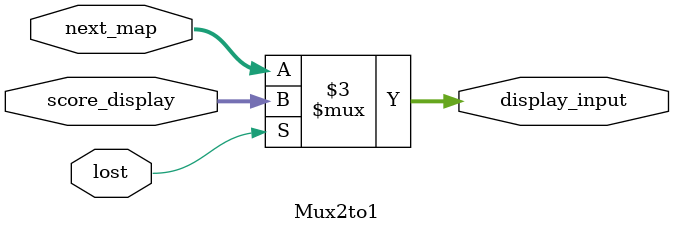
<source format=v>
`timescale 1ns / 1ps


module Mux2to1(
    input [27:0] next_map,
    input [27:0] score_display,
    input lost,
    output reg [27:0] display_input
    );
    
    always @ (next_map, score_display, lost)
        if (lost) display_input = score_display;
        else display_input = next_map;
    
endmodule

</source>
